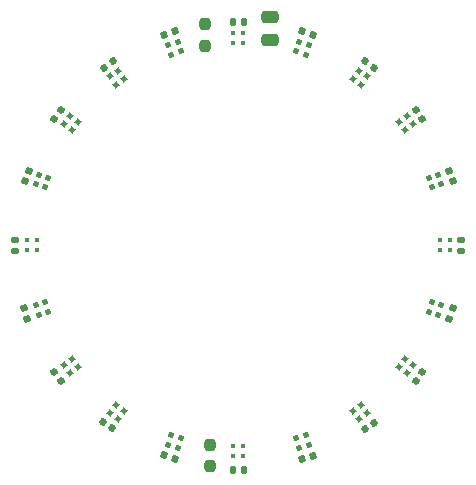
<source format=gtp>
%TF.GenerationSoftware,KiCad,Pcbnew,7.0.2-6a45011f42~172~ubuntu22.04.1*%
%TF.CreationDate,2023-04-30T12:53:57-06:00*%
%TF.ProjectId,ring-40mm,72696e67-2d34-4306-9d6d-2e6b69636164,rev?*%
%TF.SameCoordinates,Original*%
%TF.FileFunction,Paste,Top*%
%TF.FilePolarity,Positive*%
%FSLAX46Y46*%
G04 Gerber Fmt 4.6, Leading zero omitted, Abs format (unit mm)*
G04 Created by KiCad (PCBNEW 7.0.2-6a45011f42~172~ubuntu22.04.1) date 2023-04-30 12:53:57*
%MOMM*%
%LPD*%
G01*
G04 APERTURE LIST*
G04 Aperture macros list*
%AMRoundRect*
0 Rectangle with rounded corners*
0 $1 Rounding radius*
0 $2 $3 $4 $5 $6 $7 $8 $9 X,Y pos of 4 corners*
0 Add a 4 corners polygon primitive as box body*
4,1,4,$2,$3,$4,$5,$6,$7,$8,$9,$2,$3,0*
0 Add four circle primitives for the rounded corners*
1,1,$1+$1,$2,$3*
1,1,$1+$1,$4,$5*
1,1,$1+$1,$6,$7*
1,1,$1+$1,$8,$9*
0 Add four rect primitives between the rounded corners*
20,1,$1+$1,$2,$3,$4,$5,0*
20,1,$1+$1,$4,$5,$6,$7,0*
20,1,$1+$1,$6,$7,$8,$9,0*
20,1,$1+$1,$8,$9,$2,$3,0*%
%AMRotRect*
0 Rectangle, with rotation*
0 The origin of the aperture is its center*
0 $1 length*
0 $2 width*
0 $3 Rotation angle, in degrees counterclockwise*
0 Add horizontal line*
21,1,$1,$2,0,0,$3*%
G04 Aperture macros list end*
%ADD10RoundRect,0.250000X0.475000X-0.250000X0.475000X0.250000X-0.475000X0.250000X-0.475000X-0.250000X0*%
%ADD11RotRect,0.450000X0.450000X216.000000*%
%ADD12RoundRect,0.140000X-0.213186X-0.055243X0.013339X-0.219823X0.213186X0.055243X-0.013339X0.219823X0*%
%ADD13RoundRect,0.140000X-0.080615X-0.204942X0.185681X-0.118417X0.080615X0.204942X-0.185681X0.118417X0*%
%ADD14RoundRect,0.237500X-0.237500X0.250000X-0.237500X-0.250000X0.237500X-0.250000X0.237500X0.250000X0*%
%ADD15RotRect,0.450000X0.450000X126.000000*%
%ADD16RotRect,0.450000X0.450000X162.000000*%
%ADD17RoundRect,0.140000X-0.204942X0.080615X-0.118417X-0.185681X0.204942X-0.080615X0.118417X0.185681X0*%
%ADD18RotRect,0.450000X0.450000X324.000000*%
%ADD19RotRect,0.450000X0.450000X72.000000*%
%ADD20RoundRect,0.140000X0.055243X-0.213186X0.219823X0.013339X-0.055243X0.213186X-0.219823X-0.013339X0*%
%ADD21RoundRect,0.140000X0.013339X0.219823X-0.213186X0.055243X-0.013339X-0.219823X0.213186X-0.055243X0*%
%ADD22R,0.450000X0.450000*%
%ADD23RoundRect,0.140000X0.118417X-0.185681X0.204942X0.080615X-0.118417X0.185681X-0.204942X-0.080615X0*%
%ADD24RoundRect,0.140000X0.213186X0.055243X-0.013339X0.219823X-0.213186X-0.055243X0.013339X-0.219823X0*%
%ADD25RotRect,0.450000X0.450000X54.000000*%
%ADD26RoundRect,0.140000X0.185681X0.118417X-0.080615X0.204942X-0.185681X-0.118417X0.080615X-0.204942X0*%
%ADD27RoundRect,0.140000X0.219823X-0.013339X0.055243X0.213186X-0.219823X0.013339X-0.055243X-0.213186X0*%
%ADD28RoundRect,0.140000X-0.055243X0.213186X-0.219823X-0.013339X0.055243X-0.213186X0.219823X0.013339X0*%
%ADD29RotRect,0.450000X0.450000X288.000000*%
%ADD30RotRect,0.450000X0.450000X306.000000*%
%ADD31RotRect,0.450000X0.450000X108.000000*%
%ADD32RotRect,0.450000X0.450000X198.000000*%
%ADD33RoundRect,0.140000X0.080615X0.204942X-0.185681X0.118417X-0.080615X-0.204942X0.185681X-0.118417X0*%
%ADD34RoundRect,0.140000X-0.140000X-0.170000X0.140000X-0.170000X0.140000X0.170000X-0.140000X0.170000X0*%
%ADD35RoundRect,0.140000X0.170000X-0.140000X0.170000X0.140000X-0.170000X0.140000X-0.170000X-0.140000X0*%
%ADD36RoundRect,0.140000X-0.013339X-0.219823X0.213186X-0.055243X0.013339X0.219823X-0.213186X0.055243X0*%
%ADD37RoundRect,0.140000X0.140000X0.170000X-0.140000X0.170000X-0.140000X-0.170000X0.140000X-0.170000X0*%
%ADD38RoundRect,0.140000X-0.219823X0.013339X-0.055243X-0.213186X0.219823X-0.013339X0.055243X0.213186X0*%
%ADD39RotRect,0.450000X0.450000X234.000000*%
%ADD40RotRect,0.450000X0.450000X342.000000*%
%ADD41RoundRect,0.140000X-0.118417X0.185681X-0.204942X-0.080615X0.118417X-0.185681X0.204942X0.080615X0*%
%ADD42RotRect,0.450000X0.450000X144.000000*%
%ADD43RoundRect,0.140000X-0.185681X-0.118417X0.080615X-0.204942X0.185681X0.118417X-0.080615X0.204942X0*%
%ADD44RotRect,0.450000X0.450000X36.000000*%
%ADD45RoundRect,0.140000X0.204942X-0.080615X0.118417X0.185681X-0.204942X0.080615X-0.118417X-0.185681X0*%
%ADD46RotRect,0.450000X0.450000X18.000000*%
%ADD47RoundRect,0.140000X-0.170000X0.140000X-0.170000X-0.140000X0.170000X-0.140000X0.170000X0.140000X0*%
%ADD48RotRect,0.450000X0.450000X252.000000*%
G04 APERTURE END LIST*
D10*
%TO.C,C21*%
X102600000Y-80800000D03*
X102600000Y-82700000D03*
%TD*%
D11*
%TO.C,D19*%
X90227517Y-85984405D03*
X89539853Y-86484023D03*
X89727899Y-85296741D03*
X89040235Y-85796359D03*
%TD*%
D12*
%TO.C,C3*%
X110611672Y-84517863D03*
X111388328Y-85082137D03*
%TD*%
D13*
%TO.C,C20*%
X93643493Y-82248328D03*
X94556507Y-81951672D03*
%TD*%
D14*
%TO.C,R2*%
X97500000Y-116975000D03*
X97500000Y-118800000D03*
%TD*%
D15*
%TO.C,D4*%
X113983892Y-90355579D03*
X113484274Y-89667915D03*
X114671556Y-89855961D03*
X114171938Y-89168297D03*
%TD*%
D16*
%TO.C,D2*%
X105600782Y-83940221D03*
X104792384Y-83677557D03*
X105863446Y-83131823D03*
X105055048Y-82869159D03*
%TD*%
D17*
%TO.C,C5*%
X117751672Y-93772170D03*
X118048328Y-94685184D03*
%TD*%
D18*
%TO.C,D13*%
X89539853Y-113612336D03*
X90227517Y-114111954D03*
X89040235Y-114300000D03*
X89727899Y-114799618D03*
%TD*%
D19*
%TO.C,D7*%
X116028076Y-105728844D03*
X116290740Y-104920446D03*
X116836474Y-105991508D03*
X117099138Y-105183110D03*
%TD*%
D20*
%TO.C,C18*%
X84317863Y-89388328D03*
X84882137Y-88611672D03*
%TD*%
D21*
%TO.C,C9*%
X111388328Y-115117863D03*
X110611672Y-115682137D03*
%TD*%
D22*
%TO.C,D1*%
X99495118Y-82123180D03*
X100345118Y-82123180D03*
X99495118Y-82973180D03*
X100345118Y-82973180D03*
%TD*%
D23*
%TO.C,C17*%
X81851672Y-94685184D03*
X82148328Y-93772170D03*
%TD*%
D24*
%TO.C,C13*%
X89188328Y-115582137D03*
X88411672Y-115017863D03*
%TD*%
D25*
%TO.C,D8*%
X113484274Y-110428444D03*
X113983892Y-109740780D03*
X114171938Y-110928062D03*
X114671556Y-110240398D03*
%TD*%
D26*
%TO.C,C12*%
X94505184Y-118148328D03*
X93592170Y-117851672D03*
%TD*%
D22*
%TO.C,D6*%
X116995118Y-100473180D03*
X116995118Y-99623180D03*
X117845118Y-100473180D03*
X117845118Y-99623180D03*
%TD*%
D27*
%TO.C,C14*%
X84900000Y-111600000D03*
X84335726Y-110823344D03*
%TD*%
D28*
%TO.C,C8*%
X115482137Y-110811672D03*
X114917863Y-111588328D03*
%TD*%
D29*
%TO.C,D15*%
X83549495Y-104920446D03*
X83812159Y-105728844D03*
X82741097Y-105183110D03*
X83003761Y-105991508D03*
%TD*%
D30*
%TO.C,D14*%
X85856343Y-109740780D03*
X86355961Y-110428444D03*
X85168679Y-110240398D03*
X85668297Y-110928062D03*
%TD*%
D22*
%TO.C,D11*%
X99495118Y-117123180D03*
X100345118Y-117123180D03*
X99495118Y-117973180D03*
X100345118Y-117973180D03*
%TD*%
D31*
%TO.C,D5*%
X116290740Y-95175913D03*
X116028076Y-94367515D03*
X117099138Y-94913249D03*
X116836474Y-94104851D03*
%TD*%
D22*
%TO.C,D16*%
X82845118Y-99623180D03*
X82845118Y-100473180D03*
X81995118Y-99623180D03*
X81995118Y-100473180D03*
%TD*%
D32*
%TO.C,D20*%
X95047851Y-83677557D03*
X94239453Y-83940221D03*
X94785187Y-82869159D03*
X93976789Y-83131823D03*
%TD*%
D33*
%TO.C,C10*%
X106200000Y-117900000D03*
X105286986Y-118196656D03*
%TD*%
D34*
%TO.C,C1*%
X99440000Y-81200000D03*
X100400000Y-81200000D03*
%TD*%
D35*
%TO.C,C16*%
X81000000Y-100580000D03*
X81000000Y-99620000D03*
%TD*%
D36*
%TO.C,C19*%
X88511672Y-85082137D03*
X89288328Y-84517863D03*
%TD*%
D14*
%TO.C,R1*%
X97100000Y-81375000D03*
X97100000Y-83200000D03*
%TD*%
D37*
%TO.C,C11*%
X100400000Y-119100000D03*
X99440000Y-119100000D03*
%TD*%
D38*
%TO.C,C4*%
X114917863Y-88611672D03*
X115482137Y-89388328D03*
%TD*%
D39*
%TO.C,D18*%
X86355961Y-89667915D03*
X85856343Y-90355579D03*
X85668297Y-89168297D03*
X85168679Y-89855961D03*
%TD*%
D40*
%TO.C,D12*%
X94239453Y-116156138D03*
X95047851Y-116418802D03*
X93976789Y-116964536D03*
X94785187Y-117227200D03*
%TD*%
D41*
%TO.C,C7*%
X118048328Y-105443493D03*
X117751672Y-106356507D03*
%TD*%
D42*
%TO.C,D3*%
X110300382Y-86484023D03*
X109612718Y-85984405D03*
X110800000Y-85796359D03*
X110112336Y-85296741D03*
%TD*%
D43*
%TO.C,C2*%
X105334815Y-81951672D03*
X106247829Y-82248328D03*
%TD*%
D44*
%TO.C,D9*%
X109612718Y-114111954D03*
X110300382Y-113612336D03*
X110112336Y-114799618D03*
X110800000Y-114300000D03*
%TD*%
D45*
%TO.C,C15*%
X82048328Y-106356507D03*
X81751672Y-105443493D03*
%TD*%
D46*
%TO.C,D10*%
X104792384Y-116418802D03*
X105600782Y-116156138D03*
X105055048Y-117227200D03*
X105863446Y-116964536D03*
%TD*%
D47*
%TO.C,C6*%
X118800000Y-99620000D03*
X118800000Y-100580000D03*
%TD*%
D48*
%TO.C,D17*%
X83812159Y-94367515D03*
X83549495Y-95175913D03*
X83003761Y-94104851D03*
X82741097Y-94913249D03*
%TD*%
M02*

</source>
